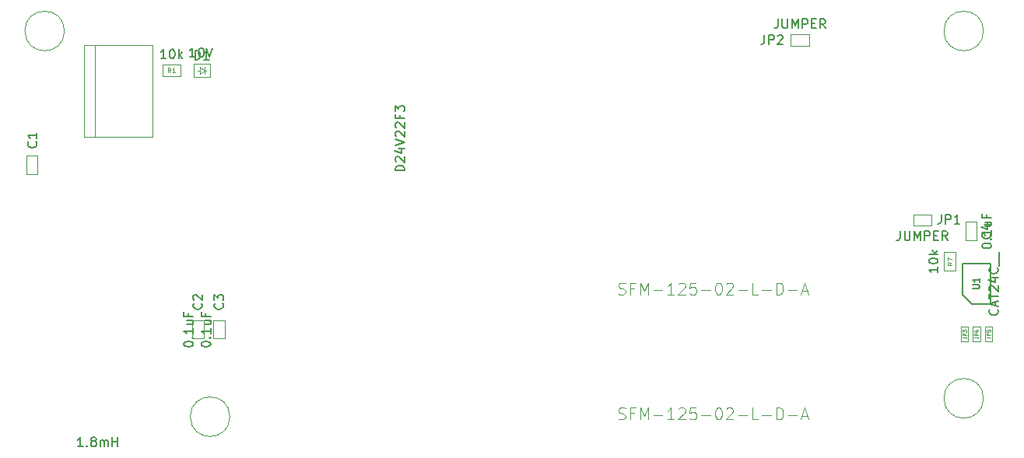
<source format=gbr>
G04 #@! TF.FileFunction,Other,Fab,Top*
%FSLAX46Y46*%
G04 Gerber Fmt 4.6, Leading zero omitted, Abs format (unit mm)*
G04 Created by KiCad (PCBNEW 4.0.7) date 03/15/18 15:57:52*
%MOMM*%
%LPD*%
G01*
G04 APERTURE LIST*
%ADD10C,0.100000*%
%ADD11C,0.150000*%
%ADD12C,0.101600*%
%ADD13C,0.075000*%
G04 APERTURE END LIST*
D10*
X55450000Y-45590000D02*
X55450000Y-55490000D01*
X61750000Y-45540000D02*
X54250000Y-45540000D01*
X54250000Y-45540000D02*
X54250000Y-55540000D01*
X54250000Y-55540000D02*
X61750000Y-55540000D01*
X61750000Y-55540000D02*
X61750000Y-45540000D01*
X144500000Y-65220000D02*
X144500000Y-63980000D01*
X146500000Y-65220000D02*
X144500000Y-65220000D01*
X146500000Y-63980000D02*
X146500000Y-65220000D01*
X144500000Y-63980000D02*
X146500000Y-63980000D01*
X133200000Y-44380000D02*
X133200000Y-45620000D01*
X131200000Y-44380000D02*
X133200000Y-44380000D01*
X131200000Y-45620000D02*
X131200000Y-44380000D01*
X133200000Y-45620000D02*
X131200000Y-45620000D01*
X49220000Y-59600000D02*
X47980000Y-59600000D01*
X49220000Y-57600000D02*
X49220000Y-59600000D01*
X47980000Y-57600000D02*
X49220000Y-57600000D01*
X47980000Y-59600000D02*
X47980000Y-57600000D01*
X66080000Y-75500000D02*
X67320000Y-75500000D01*
X66080000Y-77500000D02*
X66080000Y-75500000D01*
X67320000Y-77500000D02*
X66080000Y-77500000D01*
X67320000Y-75500000D02*
X67320000Y-77500000D01*
X68380000Y-75500000D02*
X69620000Y-75500000D01*
X68380000Y-77500000D02*
X68380000Y-75500000D01*
X69620000Y-77500000D02*
X68380000Y-77500000D01*
X69620000Y-75500000D02*
X69620000Y-77500000D01*
X52154066Y-44000000D02*
G75*
G03X52154066Y-44000000I-2154066J0D01*
G01*
X152154066Y-44000000D02*
G75*
G03X152154066Y-44000000I-2154066J0D01*
G01*
X152154066Y-84000000D02*
G75*
G03X152154066Y-84000000I-2154066J0D01*
G01*
X70154066Y-86000000D02*
G75*
G03X70154066Y-86000000I-2154066J0D01*
G01*
X66900000Y-48300000D02*
X66650000Y-48300000D01*
X66900000Y-47950000D02*
X67400000Y-48300000D01*
X66900000Y-48650000D02*
X66900000Y-47950000D01*
X67400000Y-48300000D02*
X66900000Y-48650000D01*
X67400000Y-48300000D02*
X67600000Y-48300000D01*
X67400000Y-48650000D02*
X67400000Y-47950000D01*
X68000000Y-47600000D02*
X68000000Y-49000000D01*
X66200000Y-47600000D02*
X68000000Y-47600000D01*
X66200000Y-49000000D02*
X66200000Y-47600000D01*
X68000000Y-49000000D02*
X66200000Y-49000000D01*
X64800000Y-47680000D02*
X64800000Y-48920000D01*
X62800000Y-47680000D02*
X64800000Y-47680000D01*
X62800000Y-48920000D02*
X62800000Y-47680000D01*
X64800000Y-48920000D02*
X62800000Y-48920000D01*
X147880000Y-68100000D02*
X149120000Y-68100000D01*
X147880000Y-70100000D02*
X147880000Y-68100000D01*
X149120000Y-70100000D02*
X147880000Y-70100000D01*
X149120000Y-68100000D02*
X149120000Y-70100000D01*
D11*
X149900000Y-72700000D02*
X149900000Y-69300000D01*
X149900000Y-69300000D02*
X152900000Y-69300000D01*
X152900000Y-69300000D02*
X152900000Y-73700000D01*
X152900000Y-73700000D02*
X150900000Y-73700000D01*
X150900000Y-73700000D02*
X149900000Y-72700000D01*
D10*
X150500000Y-77800000D02*
X149700000Y-77800000D01*
X150500000Y-76200000D02*
X150500000Y-77800000D01*
X149700000Y-76200000D02*
X150500000Y-76200000D01*
X149700000Y-77800000D02*
X149700000Y-76200000D01*
X151800000Y-77800000D02*
X151000000Y-77800000D01*
X151800000Y-76200000D02*
X151800000Y-77800000D01*
X151000000Y-76200000D02*
X151800000Y-76200000D01*
X151000000Y-77800000D02*
X151000000Y-76200000D01*
X153100000Y-77800000D02*
X152300000Y-77800000D01*
X153100000Y-76200000D02*
X153100000Y-77800000D01*
X152300000Y-76200000D02*
X153100000Y-76200000D01*
X152300000Y-77800000D02*
X152300000Y-76200000D01*
X151420000Y-66800000D02*
X150180000Y-66800000D01*
X151420000Y-64800000D02*
X151420000Y-66800000D01*
X150180000Y-64800000D02*
X151420000Y-64800000D01*
X150180000Y-66800000D02*
X150180000Y-64800000D01*
D11*
X54180953Y-89235381D02*
X53609524Y-89235381D01*
X53895238Y-89235381D02*
X53895238Y-88235381D01*
X53800000Y-88378238D01*
X53704762Y-88473476D01*
X53609524Y-88521095D01*
X54609524Y-89140143D02*
X54657143Y-89187762D01*
X54609524Y-89235381D01*
X54561905Y-89187762D01*
X54609524Y-89140143D01*
X54609524Y-89235381D01*
X55228571Y-88663952D02*
X55133333Y-88616333D01*
X55085714Y-88568714D01*
X55038095Y-88473476D01*
X55038095Y-88425857D01*
X55085714Y-88330619D01*
X55133333Y-88283000D01*
X55228571Y-88235381D01*
X55419048Y-88235381D01*
X55514286Y-88283000D01*
X55561905Y-88330619D01*
X55609524Y-88425857D01*
X55609524Y-88473476D01*
X55561905Y-88568714D01*
X55514286Y-88616333D01*
X55419048Y-88663952D01*
X55228571Y-88663952D01*
X55133333Y-88711571D01*
X55085714Y-88759190D01*
X55038095Y-88854429D01*
X55038095Y-89044905D01*
X55085714Y-89140143D01*
X55133333Y-89187762D01*
X55228571Y-89235381D01*
X55419048Y-89235381D01*
X55514286Y-89187762D01*
X55561905Y-89140143D01*
X55609524Y-89044905D01*
X55609524Y-88854429D01*
X55561905Y-88759190D01*
X55514286Y-88711571D01*
X55419048Y-88663952D01*
X56038095Y-89235381D02*
X56038095Y-88568714D01*
X56038095Y-88663952D02*
X56085714Y-88616333D01*
X56180952Y-88568714D01*
X56323810Y-88568714D01*
X56419048Y-88616333D01*
X56466667Y-88711571D01*
X56466667Y-89235381D01*
X56466667Y-88711571D02*
X56514286Y-88616333D01*
X56609524Y-88568714D01*
X56752381Y-88568714D01*
X56847619Y-88616333D01*
X56895238Y-88711571D01*
X56895238Y-89235381D01*
X57371428Y-89235381D02*
X57371428Y-88235381D01*
X57371428Y-88711571D02*
X57942857Y-88711571D01*
X57942857Y-89235381D02*
X57942857Y-88235381D01*
X143095239Y-65802381D02*
X143095239Y-66516667D01*
X143047619Y-66659524D01*
X142952381Y-66754762D01*
X142809524Y-66802381D01*
X142714286Y-66802381D01*
X143571429Y-65802381D02*
X143571429Y-66611905D01*
X143619048Y-66707143D01*
X143666667Y-66754762D01*
X143761905Y-66802381D01*
X143952382Y-66802381D01*
X144047620Y-66754762D01*
X144095239Y-66707143D01*
X144142858Y-66611905D01*
X144142858Y-65802381D01*
X144619048Y-66802381D02*
X144619048Y-65802381D01*
X144952382Y-66516667D01*
X145285715Y-65802381D01*
X145285715Y-66802381D01*
X145761905Y-66802381D02*
X145761905Y-65802381D01*
X146142858Y-65802381D01*
X146238096Y-65850000D01*
X146285715Y-65897619D01*
X146333334Y-65992857D01*
X146333334Y-66135714D01*
X146285715Y-66230952D01*
X146238096Y-66278571D01*
X146142858Y-66326190D01*
X145761905Y-66326190D01*
X146761905Y-66278571D02*
X147095239Y-66278571D01*
X147238096Y-66802381D02*
X146761905Y-66802381D01*
X146761905Y-65802381D01*
X147238096Y-65802381D01*
X148238096Y-66802381D02*
X147904762Y-66326190D01*
X147666667Y-66802381D02*
X147666667Y-65802381D01*
X148047620Y-65802381D01*
X148142858Y-65850000D01*
X148190477Y-65897619D01*
X148238096Y-65992857D01*
X148238096Y-66135714D01*
X148190477Y-66230952D01*
X148142858Y-66278571D01*
X148047620Y-66326190D01*
X147666667Y-66326190D01*
X147566667Y-64002381D02*
X147566667Y-64716667D01*
X147519047Y-64859524D01*
X147423809Y-64954762D01*
X147280952Y-65002381D01*
X147185714Y-65002381D01*
X148042857Y-65002381D02*
X148042857Y-64002381D01*
X148423810Y-64002381D01*
X148519048Y-64050000D01*
X148566667Y-64097619D01*
X148614286Y-64192857D01*
X148614286Y-64335714D01*
X148566667Y-64430952D01*
X148519048Y-64478571D01*
X148423810Y-64526190D01*
X148042857Y-64526190D01*
X149566667Y-65002381D02*
X148995238Y-65002381D01*
X149280952Y-65002381D02*
X149280952Y-64002381D01*
X149185714Y-64145238D01*
X149090476Y-64240476D01*
X148995238Y-64288095D01*
X129795239Y-42702381D02*
X129795239Y-43416667D01*
X129747619Y-43559524D01*
X129652381Y-43654762D01*
X129509524Y-43702381D01*
X129414286Y-43702381D01*
X130271429Y-42702381D02*
X130271429Y-43511905D01*
X130319048Y-43607143D01*
X130366667Y-43654762D01*
X130461905Y-43702381D01*
X130652382Y-43702381D01*
X130747620Y-43654762D01*
X130795239Y-43607143D01*
X130842858Y-43511905D01*
X130842858Y-42702381D01*
X131319048Y-43702381D02*
X131319048Y-42702381D01*
X131652382Y-43416667D01*
X131985715Y-42702381D01*
X131985715Y-43702381D01*
X132461905Y-43702381D02*
X132461905Y-42702381D01*
X132842858Y-42702381D01*
X132938096Y-42750000D01*
X132985715Y-42797619D01*
X133033334Y-42892857D01*
X133033334Y-43035714D01*
X132985715Y-43130952D01*
X132938096Y-43178571D01*
X132842858Y-43226190D01*
X132461905Y-43226190D01*
X133461905Y-43178571D02*
X133795239Y-43178571D01*
X133938096Y-43702381D02*
X133461905Y-43702381D01*
X133461905Y-42702381D01*
X133938096Y-42702381D01*
X134938096Y-43702381D02*
X134604762Y-43226190D01*
X134366667Y-43702381D02*
X134366667Y-42702381D01*
X134747620Y-42702381D01*
X134842858Y-42750000D01*
X134890477Y-42797619D01*
X134938096Y-42892857D01*
X134938096Y-43035714D01*
X134890477Y-43130952D01*
X134842858Y-43178571D01*
X134747620Y-43226190D01*
X134366667Y-43226190D01*
X128316667Y-44452381D02*
X128316667Y-45166667D01*
X128269047Y-45309524D01*
X128173809Y-45404762D01*
X128030952Y-45452381D01*
X127935714Y-45452381D01*
X128792857Y-45452381D02*
X128792857Y-44452381D01*
X129173810Y-44452381D01*
X129269048Y-44500000D01*
X129316667Y-44547619D01*
X129364286Y-44642857D01*
X129364286Y-44785714D01*
X129316667Y-44880952D01*
X129269048Y-44928571D01*
X129173810Y-44976190D01*
X128792857Y-44976190D01*
X129745238Y-44547619D02*
X129792857Y-44500000D01*
X129888095Y-44452381D01*
X130126191Y-44452381D01*
X130221429Y-44500000D01*
X130269048Y-44547619D01*
X130316667Y-44642857D01*
X130316667Y-44738095D01*
X130269048Y-44880952D01*
X129697619Y-45452381D01*
X130316667Y-45452381D01*
X49057143Y-56066666D02*
X49104762Y-56114285D01*
X49152381Y-56257142D01*
X49152381Y-56352380D01*
X49104762Y-56495238D01*
X49009524Y-56590476D01*
X48914286Y-56638095D01*
X48723810Y-56685714D01*
X48580952Y-56685714D01*
X48390476Y-56638095D01*
X48295238Y-56590476D01*
X48200000Y-56495238D01*
X48152381Y-56352380D01*
X48152381Y-56257142D01*
X48200000Y-56114285D01*
X48247619Y-56066666D01*
X49152381Y-55114285D02*
X49152381Y-55685714D01*
X49152381Y-55400000D02*
X48152381Y-55400000D01*
X48295238Y-55495238D01*
X48390476Y-55590476D01*
X48438095Y-55685714D01*
X65152381Y-78142857D02*
X65152381Y-78047618D01*
X65200000Y-77952380D01*
X65247619Y-77904761D01*
X65342857Y-77857142D01*
X65533333Y-77809523D01*
X65771429Y-77809523D01*
X65961905Y-77857142D01*
X66057143Y-77904761D01*
X66104762Y-77952380D01*
X66152381Y-78047618D01*
X66152381Y-78142857D01*
X66104762Y-78238095D01*
X66057143Y-78285714D01*
X65961905Y-78333333D01*
X65771429Y-78380952D01*
X65533333Y-78380952D01*
X65342857Y-78333333D01*
X65247619Y-78285714D01*
X65200000Y-78238095D01*
X65152381Y-78142857D01*
X66057143Y-77380952D02*
X66104762Y-77333333D01*
X66152381Y-77380952D01*
X66104762Y-77428571D01*
X66057143Y-77380952D01*
X66152381Y-77380952D01*
X66152381Y-76380952D02*
X66152381Y-76952381D01*
X66152381Y-76666667D02*
X65152381Y-76666667D01*
X65295238Y-76761905D01*
X65390476Y-76857143D01*
X65438095Y-76952381D01*
X65485714Y-75523809D02*
X66152381Y-75523809D01*
X65485714Y-75952381D02*
X66009524Y-75952381D01*
X66104762Y-75904762D01*
X66152381Y-75809524D01*
X66152381Y-75666666D01*
X66104762Y-75571428D01*
X66057143Y-75523809D01*
X65628571Y-74714285D02*
X65628571Y-75047619D01*
X66152381Y-75047619D02*
X65152381Y-75047619D01*
X65152381Y-74571428D01*
X67057143Y-73666666D02*
X67104762Y-73714285D01*
X67152381Y-73857142D01*
X67152381Y-73952380D01*
X67104762Y-74095238D01*
X67009524Y-74190476D01*
X66914286Y-74238095D01*
X66723810Y-74285714D01*
X66580952Y-74285714D01*
X66390476Y-74238095D01*
X66295238Y-74190476D01*
X66200000Y-74095238D01*
X66152381Y-73952380D01*
X66152381Y-73857142D01*
X66200000Y-73714285D01*
X66247619Y-73666666D01*
X66247619Y-73285714D02*
X66200000Y-73238095D01*
X66152381Y-73142857D01*
X66152381Y-72904761D01*
X66200000Y-72809523D01*
X66247619Y-72761904D01*
X66342857Y-72714285D01*
X66438095Y-72714285D01*
X66580952Y-72761904D01*
X67152381Y-73333333D01*
X67152381Y-72714285D01*
X67052381Y-78142857D02*
X67052381Y-78047618D01*
X67100000Y-77952380D01*
X67147619Y-77904761D01*
X67242857Y-77857142D01*
X67433333Y-77809523D01*
X67671429Y-77809523D01*
X67861905Y-77857142D01*
X67957143Y-77904761D01*
X68004762Y-77952380D01*
X68052381Y-78047618D01*
X68052381Y-78142857D01*
X68004762Y-78238095D01*
X67957143Y-78285714D01*
X67861905Y-78333333D01*
X67671429Y-78380952D01*
X67433333Y-78380952D01*
X67242857Y-78333333D01*
X67147619Y-78285714D01*
X67100000Y-78238095D01*
X67052381Y-78142857D01*
X67957143Y-77380952D02*
X68004762Y-77333333D01*
X68052381Y-77380952D01*
X68004762Y-77428571D01*
X67957143Y-77380952D01*
X68052381Y-77380952D01*
X68052381Y-76380952D02*
X68052381Y-76952381D01*
X68052381Y-76666667D02*
X67052381Y-76666667D01*
X67195238Y-76761905D01*
X67290476Y-76857143D01*
X67338095Y-76952381D01*
X67385714Y-75523809D02*
X68052381Y-75523809D01*
X67385714Y-75952381D02*
X67909524Y-75952381D01*
X68004762Y-75904762D01*
X68052381Y-75809524D01*
X68052381Y-75666666D01*
X68004762Y-75571428D01*
X67957143Y-75523809D01*
X67528571Y-74714285D02*
X67528571Y-75047619D01*
X68052381Y-75047619D02*
X67052381Y-75047619D01*
X67052381Y-74571428D01*
X69357143Y-73666666D02*
X69404762Y-73714285D01*
X69452381Y-73857142D01*
X69452381Y-73952380D01*
X69404762Y-74095238D01*
X69309524Y-74190476D01*
X69214286Y-74238095D01*
X69023810Y-74285714D01*
X68880952Y-74285714D01*
X68690476Y-74238095D01*
X68595238Y-74190476D01*
X68500000Y-74095238D01*
X68452381Y-73952380D01*
X68452381Y-73857142D01*
X68500000Y-73714285D01*
X68547619Y-73666666D01*
X68452381Y-73333333D02*
X68452381Y-72714285D01*
X68833333Y-73047619D01*
X68833333Y-72904761D01*
X68880952Y-72809523D01*
X68928571Y-72761904D01*
X69023810Y-72714285D01*
X69261905Y-72714285D01*
X69357143Y-72761904D01*
X69404762Y-72809523D01*
X69452381Y-72904761D01*
X69452381Y-73190476D01*
X69404762Y-73285714D01*
X69357143Y-73333333D01*
X89152381Y-59200000D02*
X88152381Y-59200000D01*
X88152381Y-58961905D01*
X88200000Y-58819047D01*
X88295238Y-58723809D01*
X88390476Y-58676190D01*
X88580952Y-58628571D01*
X88723810Y-58628571D01*
X88914286Y-58676190D01*
X89009524Y-58723809D01*
X89104762Y-58819047D01*
X89152381Y-58961905D01*
X89152381Y-59200000D01*
X88247619Y-58247619D02*
X88200000Y-58200000D01*
X88152381Y-58104762D01*
X88152381Y-57866666D01*
X88200000Y-57771428D01*
X88247619Y-57723809D01*
X88342857Y-57676190D01*
X88438095Y-57676190D01*
X88580952Y-57723809D01*
X89152381Y-58295238D01*
X89152381Y-57676190D01*
X88485714Y-56819047D02*
X89152381Y-56819047D01*
X88104762Y-57057143D02*
X88819048Y-57295238D01*
X88819048Y-56676190D01*
X88152381Y-56438095D02*
X89152381Y-56104762D01*
X88152381Y-55771428D01*
X88247619Y-55485714D02*
X88200000Y-55438095D01*
X88152381Y-55342857D01*
X88152381Y-55104761D01*
X88200000Y-55009523D01*
X88247619Y-54961904D01*
X88342857Y-54914285D01*
X88438095Y-54914285D01*
X88580952Y-54961904D01*
X89152381Y-55533333D01*
X89152381Y-54914285D01*
X88247619Y-54533333D02*
X88200000Y-54485714D01*
X88152381Y-54390476D01*
X88152381Y-54152380D01*
X88200000Y-54057142D01*
X88247619Y-54009523D01*
X88342857Y-53961904D01*
X88438095Y-53961904D01*
X88580952Y-54009523D01*
X89152381Y-54580952D01*
X89152381Y-53961904D01*
X88628571Y-53199999D02*
X88628571Y-53533333D01*
X89152381Y-53533333D02*
X88152381Y-53533333D01*
X88152381Y-53057142D01*
X88152381Y-52771428D02*
X88152381Y-52152380D01*
X88533333Y-52485714D01*
X88533333Y-52342856D01*
X88580952Y-52247618D01*
X88628571Y-52199999D01*
X88723810Y-52152380D01*
X88961905Y-52152380D01*
X89057143Y-52199999D01*
X89104762Y-52247618D01*
X89152381Y-52342856D01*
X89152381Y-52628571D01*
X89104762Y-52723809D01*
X89057143Y-52771428D01*
D12*
X112457448Y-72626048D02*
X112638876Y-72686524D01*
X112941257Y-72686524D01*
X113062210Y-72626048D01*
X113122686Y-72565571D01*
X113183162Y-72444619D01*
X113183162Y-72323667D01*
X113122686Y-72202714D01*
X113062210Y-72142238D01*
X112941257Y-72081762D01*
X112699353Y-72021286D01*
X112578400Y-71960810D01*
X112517924Y-71900333D01*
X112457448Y-71779381D01*
X112457448Y-71658429D01*
X112517924Y-71537476D01*
X112578400Y-71477000D01*
X112699353Y-71416524D01*
X113001733Y-71416524D01*
X113183162Y-71477000D01*
X114150781Y-72021286D02*
X113727448Y-72021286D01*
X113727448Y-72686524D02*
X113727448Y-71416524D01*
X114332210Y-71416524D01*
X114816019Y-72686524D02*
X114816019Y-71416524D01*
X115239352Y-72323667D01*
X115662686Y-71416524D01*
X115662686Y-72686524D01*
X116267448Y-72202714D02*
X117235067Y-72202714D01*
X118505067Y-72686524D02*
X117779353Y-72686524D01*
X118142210Y-72686524D02*
X118142210Y-71416524D01*
X118021258Y-71597952D01*
X117900305Y-71718905D01*
X117779353Y-71779381D01*
X118988877Y-71537476D02*
X119049353Y-71477000D01*
X119170305Y-71416524D01*
X119472686Y-71416524D01*
X119593639Y-71477000D01*
X119654115Y-71537476D01*
X119714591Y-71658429D01*
X119714591Y-71779381D01*
X119654115Y-71960810D01*
X118928401Y-72686524D01*
X119714591Y-72686524D01*
X120863639Y-71416524D02*
X120258877Y-71416524D01*
X120198401Y-72021286D01*
X120258877Y-71960810D01*
X120379829Y-71900333D01*
X120682210Y-71900333D01*
X120803163Y-71960810D01*
X120863639Y-72021286D01*
X120924115Y-72142238D01*
X120924115Y-72444619D01*
X120863639Y-72565571D01*
X120803163Y-72626048D01*
X120682210Y-72686524D01*
X120379829Y-72686524D01*
X120258877Y-72626048D01*
X120198401Y-72565571D01*
X121468401Y-72202714D02*
X122436020Y-72202714D01*
X123282687Y-71416524D02*
X123403639Y-71416524D01*
X123524591Y-71477000D01*
X123585068Y-71537476D01*
X123645544Y-71658429D01*
X123706020Y-71900333D01*
X123706020Y-72202714D01*
X123645544Y-72444619D01*
X123585068Y-72565571D01*
X123524591Y-72626048D01*
X123403639Y-72686524D01*
X123282687Y-72686524D01*
X123161734Y-72626048D01*
X123101258Y-72565571D01*
X123040782Y-72444619D01*
X122980306Y-72202714D01*
X122980306Y-71900333D01*
X123040782Y-71658429D01*
X123101258Y-71537476D01*
X123161734Y-71477000D01*
X123282687Y-71416524D01*
X124189830Y-71537476D02*
X124250306Y-71477000D01*
X124371258Y-71416524D01*
X124673639Y-71416524D01*
X124794592Y-71477000D01*
X124855068Y-71537476D01*
X124915544Y-71658429D01*
X124915544Y-71779381D01*
X124855068Y-71960810D01*
X124129354Y-72686524D01*
X124915544Y-72686524D01*
X125459830Y-72202714D02*
X126427449Y-72202714D01*
X127636973Y-72686524D02*
X127032211Y-72686524D01*
X127032211Y-71416524D01*
X128060306Y-72202714D02*
X129027925Y-72202714D01*
X129632687Y-72686524D02*
X129632687Y-71416524D01*
X129935068Y-71416524D01*
X130116496Y-71477000D01*
X130237449Y-71597952D01*
X130297925Y-71718905D01*
X130358401Y-71960810D01*
X130358401Y-72142238D01*
X130297925Y-72384143D01*
X130237449Y-72505095D01*
X130116496Y-72626048D01*
X129935068Y-72686524D01*
X129632687Y-72686524D01*
X130902687Y-72202714D02*
X131870306Y-72202714D01*
X132414592Y-72323667D02*
X133019354Y-72323667D01*
X132293639Y-72686524D02*
X132716973Y-71416524D01*
X133140306Y-72686524D01*
X112457448Y-86226048D02*
X112638876Y-86286524D01*
X112941257Y-86286524D01*
X113062210Y-86226048D01*
X113122686Y-86165571D01*
X113183162Y-86044619D01*
X113183162Y-85923667D01*
X113122686Y-85802714D01*
X113062210Y-85742238D01*
X112941257Y-85681762D01*
X112699353Y-85621286D01*
X112578400Y-85560810D01*
X112517924Y-85500333D01*
X112457448Y-85379381D01*
X112457448Y-85258429D01*
X112517924Y-85137476D01*
X112578400Y-85077000D01*
X112699353Y-85016524D01*
X113001733Y-85016524D01*
X113183162Y-85077000D01*
X114150781Y-85621286D02*
X113727448Y-85621286D01*
X113727448Y-86286524D02*
X113727448Y-85016524D01*
X114332210Y-85016524D01*
X114816019Y-86286524D02*
X114816019Y-85016524D01*
X115239352Y-85923667D01*
X115662686Y-85016524D01*
X115662686Y-86286524D01*
X116267448Y-85802714D02*
X117235067Y-85802714D01*
X118505067Y-86286524D02*
X117779353Y-86286524D01*
X118142210Y-86286524D02*
X118142210Y-85016524D01*
X118021258Y-85197952D01*
X117900305Y-85318905D01*
X117779353Y-85379381D01*
X118988877Y-85137476D02*
X119049353Y-85077000D01*
X119170305Y-85016524D01*
X119472686Y-85016524D01*
X119593639Y-85077000D01*
X119654115Y-85137476D01*
X119714591Y-85258429D01*
X119714591Y-85379381D01*
X119654115Y-85560810D01*
X118928401Y-86286524D01*
X119714591Y-86286524D01*
X120863639Y-85016524D02*
X120258877Y-85016524D01*
X120198401Y-85621286D01*
X120258877Y-85560810D01*
X120379829Y-85500333D01*
X120682210Y-85500333D01*
X120803163Y-85560810D01*
X120863639Y-85621286D01*
X120924115Y-85742238D01*
X120924115Y-86044619D01*
X120863639Y-86165571D01*
X120803163Y-86226048D01*
X120682210Y-86286524D01*
X120379829Y-86286524D01*
X120258877Y-86226048D01*
X120198401Y-86165571D01*
X121468401Y-85802714D02*
X122436020Y-85802714D01*
X123282687Y-85016524D02*
X123403639Y-85016524D01*
X123524591Y-85077000D01*
X123585068Y-85137476D01*
X123645544Y-85258429D01*
X123706020Y-85500333D01*
X123706020Y-85802714D01*
X123645544Y-86044619D01*
X123585068Y-86165571D01*
X123524591Y-86226048D01*
X123403639Y-86286524D01*
X123282687Y-86286524D01*
X123161734Y-86226048D01*
X123101258Y-86165571D01*
X123040782Y-86044619D01*
X122980306Y-85802714D01*
X122980306Y-85500333D01*
X123040782Y-85258429D01*
X123101258Y-85137476D01*
X123161734Y-85077000D01*
X123282687Y-85016524D01*
X124189830Y-85137476D02*
X124250306Y-85077000D01*
X124371258Y-85016524D01*
X124673639Y-85016524D01*
X124794592Y-85077000D01*
X124855068Y-85137476D01*
X124915544Y-85258429D01*
X124915544Y-85379381D01*
X124855068Y-85560810D01*
X124129354Y-86286524D01*
X124915544Y-86286524D01*
X125459830Y-85802714D02*
X126427449Y-85802714D01*
X127636973Y-86286524D02*
X127032211Y-86286524D01*
X127032211Y-85016524D01*
X128060306Y-85802714D02*
X129027925Y-85802714D01*
X129632687Y-86286524D02*
X129632687Y-85016524D01*
X129935068Y-85016524D01*
X130116496Y-85077000D01*
X130237449Y-85197952D01*
X130297925Y-85318905D01*
X130358401Y-85560810D01*
X130358401Y-85742238D01*
X130297925Y-85984143D01*
X130237449Y-86105095D01*
X130116496Y-86226048D01*
X129935068Y-86286524D01*
X129632687Y-86286524D01*
X130902687Y-85802714D02*
X131870306Y-85802714D01*
X132414592Y-85923667D02*
X133019354Y-85923667D01*
X132293639Y-86286524D02*
X132716973Y-85016524D01*
X133140306Y-86286524D01*
D11*
X66380953Y-46852381D02*
X65809524Y-46852381D01*
X66095238Y-46852381D02*
X66095238Y-45852381D01*
X66000000Y-45995238D01*
X65904762Y-46090476D01*
X65809524Y-46138095D01*
X67000000Y-45852381D02*
X67095239Y-45852381D01*
X67190477Y-45900000D01*
X67238096Y-45947619D01*
X67285715Y-46042857D01*
X67333334Y-46233333D01*
X67333334Y-46471429D01*
X67285715Y-46661905D01*
X67238096Y-46757143D01*
X67190477Y-46804762D01*
X67095239Y-46852381D01*
X67000000Y-46852381D01*
X66904762Y-46804762D01*
X66857143Y-46757143D01*
X66809524Y-46661905D01*
X66761905Y-46471429D01*
X66761905Y-46233333D01*
X66809524Y-46042857D01*
X66857143Y-45947619D01*
X66904762Y-45900000D01*
X67000000Y-45852381D01*
X67619048Y-45852381D02*
X67952381Y-46852381D01*
X68285715Y-45852381D01*
X66361905Y-47152381D02*
X66361905Y-46152381D01*
X66600000Y-46152381D01*
X66742858Y-46200000D01*
X66838096Y-46295238D01*
X66885715Y-46390476D01*
X66933334Y-46580952D01*
X66933334Y-46723810D01*
X66885715Y-46914286D01*
X66838096Y-47009524D01*
X66742858Y-47104762D01*
X66600000Y-47152381D01*
X66361905Y-47152381D01*
X67885715Y-47152381D02*
X67314286Y-47152381D01*
X67600000Y-47152381D02*
X67600000Y-46152381D01*
X67504762Y-46295238D01*
X67409524Y-46390476D01*
X67314286Y-46438095D01*
X63204762Y-47002381D02*
X62633333Y-47002381D01*
X62919047Y-47002381D02*
X62919047Y-46002381D01*
X62823809Y-46145238D01*
X62728571Y-46240476D01*
X62633333Y-46288095D01*
X63823809Y-46002381D02*
X63919048Y-46002381D01*
X64014286Y-46050000D01*
X64061905Y-46097619D01*
X64109524Y-46192857D01*
X64157143Y-46383333D01*
X64157143Y-46621429D01*
X64109524Y-46811905D01*
X64061905Y-46907143D01*
X64014286Y-46954762D01*
X63919048Y-47002381D01*
X63823809Y-47002381D01*
X63728571Y-46954762D01*
X63680952Y-46907143D01*
X63633333Y-46811905D01*
X63585714Y-46621429D01*
X63585714Y-46383333D01*
X63633333Y-46192857D01*
X63680952Y-46097619D01*
X63728571Y-46050000D01*
X63823809Y-46002381D01*
X64585714Y-47002381D02*
X64585714Y-46002381D01*
X64680952Y-46621429D02*
X64966667Y-47002381D01*
X64966667Y-46335714D02*
X64585714Y-46716667D01*
D13*
X63716667Y-48526190D02*
X63550000Y-48288095D01*
X63430953Y-48526190D02*
X63430953Y-48026190D01*
X63621429Y-48026190D01*
X63669048Y-48050000D01*
X63692857Y-48073810D01*
X63716667Y-48121429D01*
X63716667Y-48192857D01*
X63692857Y-48240476D01*
X63669048Y-48264286D01*
X63621429Y-48288095D01*
X63430953Y-48288095D01*
X64192857Y-48526190D02*
X63907143Y-48526190D01*
X64050000Y-48526190D02*
X64050000Y-48026190D01*
X64002381Y-48097619D01*
X63954762Y-48145238D01*
X63907143Y-48169048D01*
D11*
X147202381Y-69695238D02*
X147202381Y-70266667D01*
X147202381Y-69980953D02*
X146202381Y-69980953D01*
X146345238Y-70076191D01*
X146440476Y-70171429D01*
X146488095Y-70266667D01*
X146202381Y-69076191D02*
X146202381Y-68980952D01*
X146250000Y-68885714D01*
X146297619Y-68838095D01*
X146392857Y-68790476D01*
X146583333Y-68742857D01*
X146821429Y-68742857D01*
X147011905Y-68790476D01*
X147107143Y-68838095D01*
X147154762Y-68885714D01*
X147202381Y-68980952D01*
X147202381Y-69076191D01*
X147154762Y-69171429D01*
X147107143Y-69219048D01*
X147011905Y-69266667D01*
X146821429Y-69314286D01*
X146583333Y-69314286D01*
X146392857Y-69266667D01*
X146297619Y-69219048D01*
X146250000Y-69171429D01*
X146202381Y-69076191D01*
X147202381Y-68314286D02*
X146202381Y-68314286D01*
X146821429Y-68219048D02*
X147202381Y-67933333D01*
X146535714Y-67933333D02*
X146916667Y-68314286D01*
D13*
X148726190Y-69183333D02*
X148488095Y-69350000D01*
X148726190Y-69469047D02*
X148226190Y-69469047D01*
X148226190Y-69278571D01*
X148250000Y-69230952D01*
X148273810Y-69207143D01*
X148321429Y-69183333D01*
X148392857Y-69183333D01*
X148440476Y-69207143D01*
X148464286Y-69230952D01*
X148488095Y-69278571D01*
X148488095Y-69469047D01*
X148226190Y-69016666D02*
X148226190Y-68683333D01*
X148726190Y-68897619D01*
D11*
X153657143Y-74314286D02*
X153704762Y-74361905D01*
X153752381Y-74504762D01*
X153752381Y-74600000D01*
X153704762Y-74742858D01*
X153609524Y-74838096D01*
X153514286Y-74885715D01*
X153323810Y-74933334D01*
X153180952Y-74933334D01*
X152990476Y-74885715D01*
X152895238Y-74838096D01*
X152800000Y-74742858D01*
X152752381Y-74600000D01*
X152752381Y-74504762D01*
X152800000Y-74361905D01*
X152847619Y-74314286D01*
X153466667Y-73933334D02*
X153466667Y-73457143D01*
X153752381Y-74028572D02*
X152752381Y-73695239D01*
X153752381Y-73361905D01*
X152752381Y-73171429D02*
X152752381Y-72600000D01*
X153752381Y-72885715D02*
X152752381Y-72885715D01*
X152847619Y-72314286D02*
X152800000Y-72266667D01*
X152752381Y-72171429D01*
X152752381Y-71933333D01*
X152800000Y-71838095D01*
X152847619Y-71790476D01*
X152942857Y-71742857D01*
X153038095Y-71742857D01*
X153180952Y-71790476D01*
X153752381Y-72361905D01*
X153752381Y-71742857D01*
X153085714Y-70885714D02*
X153752381Y-70885714D01*
X152704762Y-71123810D02*
X153419048Y-71361905D01*
X153419048Y-70742857D01*
X153657143Y-69790476D02*
X153704762Y-69838095D01*
X153752381Y-69980952D01*
X153752381Y-70076190D01*
X153704762Y-70219048D01*
X153609524Y-70314286D01*
X153514286Y-70361905D01*
X153323810Y-70409524D01*
X153180952Y-70409524D01*
X152990476Y-70361905D01*
X152895238Y-70314286D01*
X152800000Y-70219048D01*
X152752381Y-70076190D01*
X152752381Y-69980952D01*
X152800000Y-69838095D01*
X152847619Y-69790476D01*
X153847619Y-69600000D02*
X153847619Y-68838095D01*
X153847619Y-68838095D02*
X153847619Y-68076190D01*
X151016667Y-72033333D02*
X151583333Y-72033333D01*
X151650000Y-72000000D01*
X151683333Y-71966667D01*
X151716667Y-71900000D01*
X151716667Y-71766667D01*
X151683333Y-71700000D01*
X151650000Y-71666667D01*
X151583333Y-71633333D01*
X151016667Y-71633333D01*
X151716667Y-70933334D02*
X151716667Y-71333334D01*
X151716667Y-71133334D02*
X151016667Y-71133334D01*
X151116667Y-71200000D01*
X151183333Y-71266667D01*
X151216667Y-71333334D01*
D13*
X149880952Y-77333333D02*
X150166667Y-77333333D01*
X150223810Y-77352381D01*
X150261905Y-77390476D01*
X150280952Y-77447619D01*
X150280952Y-77485714D01*
X150280952Y-77142857D02*
X149880952Y-77142857D01*
X149880952Y-76990476D01*
X149900000Y-76952381D01*
X149919048Y-76933333D01*
X149957143Y-76914285D01*
X150014286Y-76914285D01*
X150052381Y-76933333D01*
X150071429Y-76952381D01*
X150090476Y-76990476D01*
X150090476Y-77142857D01*
X149880952Y-76780952D02*
X149880952Y-76533333D01*
X150033333Y-76666666D01*
X150033333Y-76609524D01*
X150052381Y-76571428D01*
X150071429Y-76552381D01*
X150109524Y-76533333D01*
X150204762Y-76533333D01*
X150242857Y-76552381D01*
X150261905Y-76571428D01*
X150280952Y-76609524D01*
X150280952Y-76723809D01*
X150261905Y-76761905D01*
X150242857Y-76780952D01*
X151180952Y-77333333D02*
X151466667Y-77333333D01*
X151523810Y-77352381D01*
X151561905Y-77390476D01*
X151580952Y-77447619D01*
X151580952Y-77485714D01*
X151580952Y-77142857D02*
X151180952Y-77142857D01*
X151180952Y-76990476D01*
X151200000Y-76952381D01*
X151219048Y-76933333D01*
X151257143Y-76914285D01*
X151314286Y-76914285D01*
X151352381Y-76933333D01*
X151371429Y-76952381D01*
X151390476Y-76990476D01*
X151390476Y-77142857D01*
X151314286Y-76571428D02*
X151580952Y-76571428D01*
X151161905Y-76666666D02*
X151447619Y-76761905D01*
X151447619Y-76514285D01*
X152480952Y-77333333D02*
X152766667Y-77333333D01*
X152823810Y-77352381D01*
X152861905Y-77390476D01*
X152880952Y-77447619D01*
X152880952Y-77485714D01*
X152880952Y-77142857D02*
X152480952Y-77142857D01*
X152480952Y-76990476D01*
X152500000Y-76952381D01*
X152519048Y-76933333D01*
X152557143Y-76914285D01*
X152614286Y-76914285D01*
X152652381Y-76933333D01*
X152671429Y-76952381D01*
X152690476Y-76990476D01*
X152690476Y-77142857D01*
X152480952Y-76552381D02*
X152480952Y-76742857D01*
X152671429Y-76761905D01*
X152652381Y-76742857D01*
X152633333Y-76704762D01*
X152633333Y-76609524D01*
X152652381Y-76571428D01*
X152671429Y-76552381D01*
X152709524Y-76533333D01*
X152804762Y-76533333D01*
X152842857Y-76552381D01*
X152861905Y-76571428D01*
X152880952Y-76609524D01*
X152880952Y-76704762D01*
X152861905Y-76742857D01*
X152842857Y-76761905D01*
D11*
X152002381Y-67442857D02*
X152002381Y-67347618D01*
X152050000Y-67252380D01*
X152097619Y-67204761D01*
X152192857Y-67157142D01*
X152383333Y-67109523D01*
X152621429Y-67109523D01*
X152811905Y-67157142D01*
X152907143Y-67204761D01*
X152954762Y-67252380D01*
X153002381Y-67347618D01*
X153002381Y-67442857D01*
X152954762Y-67538095D01*
X152907143Y-67585714D01*
X152811905Y-67633333D01*
X152621429Y-67680952D01*
X152383333Y-67680952D01*
X152192857Y-67633333D01*
X152097619Y-67585714D01*
X152050000Y-67538095D01*
X152002381Y-67442857D01*
X152907143Y-66680952D02*
X152954762Y-66633333D01*
X153002381Y-66680952D01*
X152954762Y-66728571D01*
X152907143Y-66680952D01*
X153002381Y-66680952D01*
X153002381Y-65680952D02*
X153002381Y-66252381D01*
X153002381Y-65966667D02*
X152002381Y-65966667D01*
X152145238Y-66061905D01*
X152240476Y-66157143D01*
X152288095Y-66252381D01*
X152335714Y-64823809D02*
X153002381Y-64823809D01*
X152335714Y-65252381D02*
X152859524Y-65252381D01*
X152954762Y-65204762D01*
X153002381Y-65109524D01*
X153002381Y-64966666D01*
X152954762Y-64871428D01*
X152907143Y-64823809D01*
X152478571Y-64014285D02*
X152478571Y-64347619D01*
X153002381Y-64347619D02*
X152002381Y-64347619D01*
X152002381Y-63871428D01*
X152857143Y-65966666D02*
X152904762Y-66014285D01*
X152952381Y-66157142D01*
X152952381Y-66252380D01*
X152904762Y-66395238D01*
X152809524Y-66490476D01*
X152714286Y-66538095D01*
X152523810Y-66585714D01*
X152380952Y-66585714D01*
X152190476Y-66538095D01*
X152095238Y-66490476D01*
X152000000Y-66395238D01*
X151952381Y-66252380D01*
X151952381Y-66157142D01*
X152000000Y-66014285D01*
X152047619Y-65966666D01*
X152285714Y-65109523D02*
X152952381Y-65109523D01*
X151904762Y-65347619D02*
X152619048Y-65585714D01*
X152619048Y-64966666D01*
M02*

</source>
